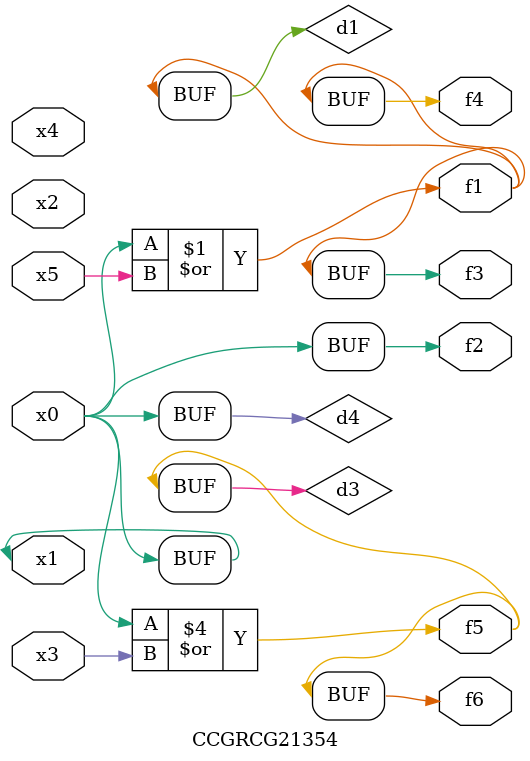
<source format=v>
module CCGRCG21354(
	input x0, x1, x2, x3, x4, x5,
	output f1, f2, f3, f4, f5, f6
);

	wire d1, d2, d3, d4;

	or (d1, x0, x5);
	xnor (d2, x1, x4);
	or (d3, x0, x3);
	buf (d4, x0, x1);
	assign f1 = d1;
	assign f2 = d4;
	assign f3 = d1;
	assign f4 = d1;
	assign f5 = d3;
	assign f6 = d3;
endmodule

</source>
